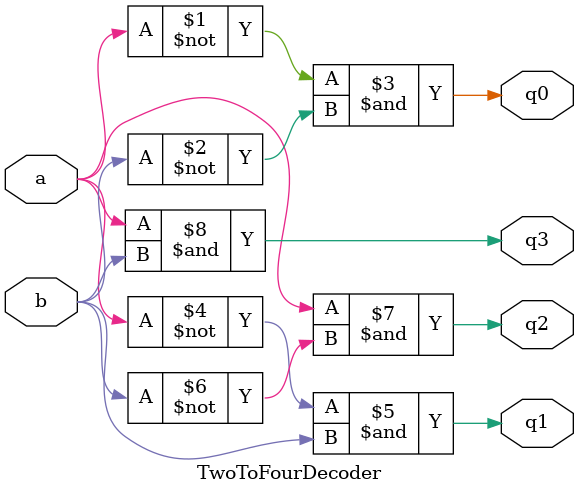
<source format=v>
`timescale 1ns / 1ps
module TwoToFourDecoder(
	input a,
	input b,
	output q0,
	output q1,
	output q2,
	output q3
    );

and(q0, ~a, ~b);
and(q1, ~a, b);
and(q2, a, ~b);
and(q3, a, b);

endmodule

</source>
